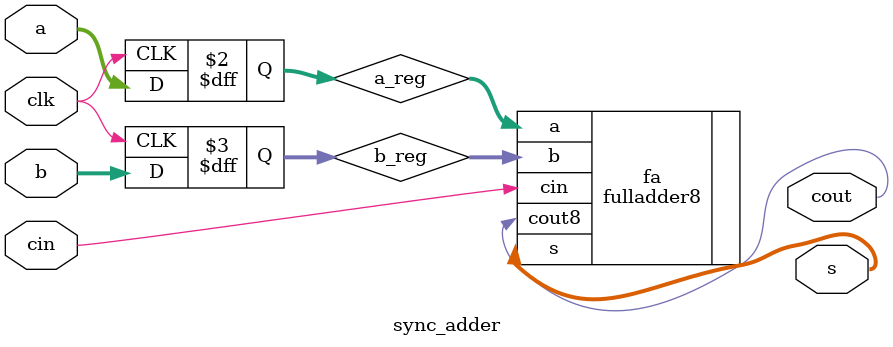
<source format=v>
`timescale 1ns/1ps

module sync_adder (
    input clk,
    input [7:0] a,
    input [7:0] b,
    input cin,
    output [7:0] s,
    output cout
);

    reg [7:0] a_reg;
    reg [7:0] b_reg;

    fulladder8 fa(
        .a(a_reg),
        .b(b_reg),
        .cin(cin),
        .s(s),
        .cout8(cout)
    );

    always @(posedge clk) begin
        a_reg <= a;
        b_reg <= b;
    end


endmodule
</source>
